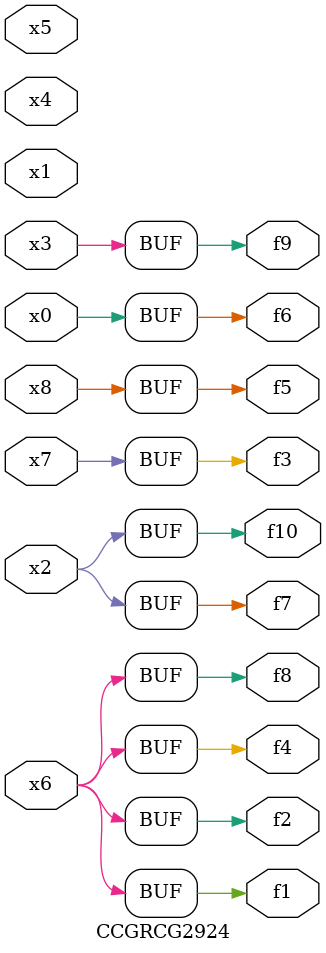
<source format=v>
module CCGRCG2924(
	input x0, x1, x2, x3, x4, x5, x6, x7, x8,
	output f1, f2, f3, f4, f5, f6, f7, f8, f9, f10
);
	assign f1 = x6;
	assign f2 = x6;
	assign f3 = x7;
	assign f4 = x6;
	assign f5 = x8;
	assign f6 = x0;
	assign f7 = x2;
	assign f8 = x6;
	assign f9 = x3;
	assign f10 = x2;
endmodule

</source>
